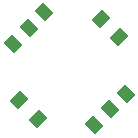
<source format=gbr>
%TF.GenerationSoftware,KiCad,Pcbnew,9.0.6*%
%TF.CreationDate,2025-12-04T23:30:09-05:00*%
%TF.ProjectId,FinalProjectPCB,46696e61-6c50-4726-9f6a-656374504342,rev?*%
%TF.SameCoordinates,Original*%
%TF.FileFunction,Paste,Top*%
%TF.FilePolarity,Positive*%
%FSLAX46Y46*%
G04 Gerber Fmt 4.6, Leading zero omitted, Abs format (unit mm)*
G04 Created by KiCad (PCBNEW 9.0.6) date 2025-12-04 23:30:09*
%MOMM*%
%LPD*%
G01*
G04 APERTURE LIST*
G04 Aperture macros list*
%AMRotRect*
0 Rectangle, with rotation*
0 The origin of the aperture is its center*
0 $1 length*
0 $2 width*
0 $3 Rotation angle, in degrees counterclockwise*
0 Add horizontal line*
21,1,$1,$2,0,0,$3*%
G04 Aperture macros list end*
%ADD10RotRect,1.000000X1.250000X135.000000*%
%ADD11RotRect,1.000000X1.250000X225.000000*%
%ADD12RotRect,1.000000X1.250000X315.000000*%
%ADD13RotRect,1.000000X1.250000X45.000000*%
G04 APERTURE END LIST*
D10*
%TO.C,SW10*%
X90169328Y-127810487D03*
X91724963Y-129366122D03*
D11*
X92290648Y-134139093D03*
X90947146Y-135482596D03*
X89603643Y-136826098D03*
D12*
X84830672Y-136260413D03*
X83275037Y-134704778D03*
D13*
X82709352Y-129931807D03*
X84052854Y-128588304D03*
X85396357Y-127244802D03*
%TD*%
M02*

</source>
